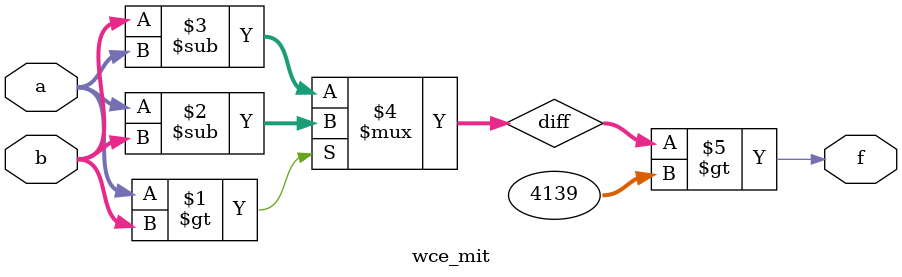
<source format=v>
module wce_mit(a, b, f);
parameter _bit = 18;
parameter wce = 4139;
input [_bit - 1: 0] a;
input [_bit - 1: 0] b;
output f;
wire [_bit - 1: 0] diff;
assign diff = (a > b)? (a - b): (b - a);
assign f = (diff > wce);
endmodule

</source>
